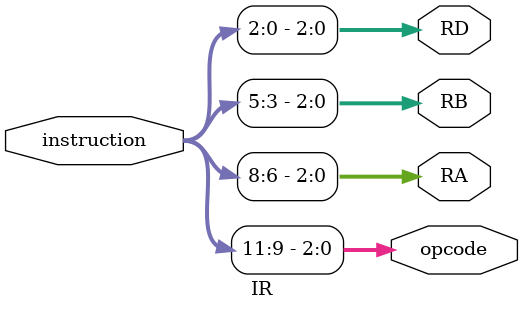
<source format=sv>
module IR(
	input logic [11:0] instruction,
	output logic [2:0] opcode,	  
	output logic [2:0] RA,
	output logic [2:0] RB,
	output logic [2:0] RD	  
);
	assign opcode = instruction[11:9];
	assign RA = instruction[8:6];
	assign RB = instruction[5:3];
	assign RD = instruction[2:0];
endmodule
</source>
